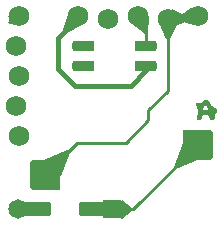
<source format=gbr>
%TF.GenerationSoftware,KiCad,Pcbnew,(7.0.0-0)*%
%TF.CreationDate,2023-04-16T17:27:38-07:00*%
%TF.ProjectId,Amoeba_executive,416d6f65-6261-45f6-9578-656375746976,rev?*%
%TF.SameCoordinates,Original*%
%TF.FileFunction,Copper,L2,Bot*%
%TF.FilePolarity,Positive*%
%FSLAX46Y46*%
G04 Gerber Fmt 4.6, Leading zero omitted, Abs format (unit mm)*
G04 Created by KiCad (PCBNEW (7.0.0-0)) date 2023-04-16 17:27:38*
%MOMM*%
%LPD*%
G01*
G04 APERTURE LIST*
G04 Aperture macros list*
%AMRoundRect*
0 Rectangle with rounded corners*
0 $1 Rounding radius*
0 $2 $3 $4 $5 $6 $7 $8 $9 X,Y pos of 4 corners*
0 Add a 4 corners polygon primitive as box body*
4,1,4,$2,$3,$4,$5,$6,$7,$8,$9,$2,$3,0*
0 Add four circle primitives for the rounded corners*
1,1,$1+$1,$2,$3*
1,1,$1+$1,$4,$5*
1,1,$1+$1,$6,$7*
1,1,$1+$1,$8,$9*
0 Add four rect primitives between the rounded corners*
20,1,$1+$1,$2,$3,$4,$5,0*
20,1,$1+$1,$4,$5,$6,$7,0*
20,1,$1+$1,$6,$7,$8,$9,0*
20,1,$1+$1,$8,$9,$2,$3,0*%
%AMFreePoly0*
4,1,14,0.900000,-0.425000,0.000000,-0.425000,-0.687500,-0.425000,-0.768820,-0.408824,-0.837760,-0.362760,-0.883824,-0.293820,-0.900000,-0.212500,-0.900000,0.212500,-0.883824,0.293820,-0.837760,0.362760,-0.768820,0.408824,-0.687500,0.425000,0.900000,0.425000,0.900000,-0.425000,0.900000,-0.425000,$1*%
%AMFreePoly1*
4,1,14,0.768820,0.408824,0.837760,0.362760,0.883824,0.293820,0.900000,0.212500,0.900000,-0.212500,0.883824,-0.293820,0.837760,-0.362760,0.768820,-0.408824,0.687500,-0.425000,0.000000,-0.425000,-0.900000,-0.425000,-0.900000,0.425000,0.687500,0.425000,0.768820,0.408824,0.768820,0.408824,$1*%
%AMFreePoly2*
4,1,13,-1.275000,1.000000,-1.255970,1.095671,-1.201777,1.176777,-1.120671,1.230970,-1.025000,1.250000,1.275000,1.250000,1.275000,-1.250000,-1.025000,-1.250000,-1.120671,-1.230970,-1.201777,-1.176777,-1.255970,-1.095671,-1.275000,-1.000000,-1.275000,1.000000,-1.275000,1.000000,$1*%
%AMFreePoly3*
4,1,13,-1.275000,1.250000,1.025000,1.250000,1.120671,1.230970,1.201777,1.176777,1.255970,1.095671,1.275000,1.000000,1.275000,-1.000000,1.255970,-1.095671,1.201777,-1.176777,1.120671,-1.230970,1.025000,-1.250000,-1.275000,-1.250000,-1.275000,1.250000,-1.275000,1.250000,$1*%
G04 Aperture macros list end*
%TA.AperFunction,ComponentPad*%
%ADD10C,1.750000*%
%TD*%
%TA.AperFunction,SMDPad,CuDef*%
%ADD11FreePoly0,0.000000*%
%TD*%
%TA.AperFunction,SMDPad,CuDef*%
%ADD12FreePoly1,180.000000*%
%TD*%
%TA.AperFunction,SMDPad,CuDef*%
%ADD13FreePoly0,180.000000*%
%TD*%
%TA.AperFunction,SMDPad,CuDef*%
%ADD14FreePoly1,0.000000*%
%TD*%
%TA.AperFunction,SMDPad,CuDef*%
%ADD15FreePoly2,180.000000*%
%TD*%
%TA.AperFunction,SMDPad,CuDef*%
%ADD16FreePoly3,180.000000*%
%TD*%
%TA.AperFunction,ComponentPad*%
%ADD17R,1.650000X1.650000*%
%TD*%
%TA.AperFunction,SMDPad,CuDef*%
%ADD18R,1.600000X1.200000*%
%TD*%
%TA.AperFunction,SMDPad,CuDef*%
%ADD19RoundRect,0.225000X0.225000X0.375000X-0.225000X0.375000X-0.225000X-0.375000X0.225000X-0.375000X0*%
%TD*%
%TA.AperFunction,ComponentPad*%
%ADD20C,1.650000*%
%TD*%
%TA.AperFunction,ViaPad*%
%ADD21C,0.800000*%
%TD*%
%TA.AperFunction,Conductor*%
%ADD22C,0.250000*%
%TD*%
%TA.AperFunction,Conductor*%
%ADD23C,0.400000*%
%TD*%
%TA.AperFunction,Conductor*%
%ADD24C,0.500000*%
%TD*%
G04 APERTURE END LIST*
%TO.C,Amoeba-Logo-Small*%
G36*
X189466615Y-84160190D02*
G01*
X189486971Y-84160962D01*
X189507259Y-84163279D01*
X189527478Y-84167141D01*
X189547629Y-84172548D01*
X189567711Y-84179500D01*
X189587724Y-84187996D01*
X189607669Y-84198037D01*
X189627545Y-84209622D01*
X189647352Y-84222753D01*
X189664783Y-84236718D01*
X189681413Y-84253136D01*
X189697132Y-84271325D01*
X189711832Y-84290603D01*
X189725401Y-84310288D01*
X189737732Y-84329699D01*
X189748714Y-84348154D01*
X189758238Y-84364973D01*
X189766194Y-84379473D01*
X189772474Y-84390972D01*
X189789041Y-84420150D01*
X189805694Y-84447980D01*
X189822417Y-84474505D01*
X189839195Y-84499767D01*
X189856012Y-84523811D01*
X189872853Y-84546679D01*
X189889703Y-84568414D01*
X189906546Y-84589060D01*
X189923366Y-84608659D01*
X189940148Y-84627255D01*
X189956877Y-84644890D01*
X189973537Y-84661609D01*
X189990112Y-84677454D01*
X190006588Y-84692468D01*
X190022949Y-84706694D01*
X190039179Y-84720176D01*
X190055262Y-84732956D01*
X190071184Y-84745078D01*
X190086929Y-84756585D01*
X190102481Y-84767520D01*
X190117826Y-84777926D01*
X190132947Y-84787846D01*
X190147828Y-84797324D01*
X190162456Y-84806402D01*
X190176813Y-84815123D01*
X190190886Y-84823532D01*
X190204657Y-84831670D01*
X190218112Y-84839582D01*
X190231236Y-84847309D01*
X190244012Y-84854896D01*
X190256425Y-84862385D01*
X190268461Y-84869820D01*
X190280103Y-84877243D01*
X190291336Y-84884698D01*
X190302144Y-84892228D01*
X190312512Y-84899876D01*
X190322425Y-84907685D01*
X190331867Y-84915699D01*
X190340823Y-84923960D01*
X190349277Y-84932511D01*
X190357213Y-84941396D01*
X190364617Y-84950658D01*
X190371473Y-84960340D01*
X190377765Y-84970485D01*
X190383478Y-84981136D01*
X190388596Y-84992336D01*
X190393104Y-85004129D01*
X190396987Y-85016557D01*
X190400229Y-85029665D01*
X190402814Y-85043494D01*
X190404727Y-85058087D01*
X190405953Y-85073489D01*
X190406476Y-85089743D01*
X190406275Y-85108682D01*
X190405305Y-85126228D01*
X190403606Y-85142455D01*
X190401217Y-85157437D01*
X190398177Y-85171248D01*
X190394525Y-85183963D01*
X190390301Y-85195654D01*
X190385544Y-85206397D01*
X190380293Y-85216266D01*
X190374588Y-85225334D01*
X190368468Y-85233676D01*
X190361972Y-85241365D01*
X190355139Y-85248477D01*
X190348008Y-85255085D01*
X190340620Y-85261264D01*
X190333013Y-85267086D01*
X190325226Y-85272627D01*
X190317299Y-85277961D01*
X190309271Y-85283162D01*
X190301181Y-85288303D01*
X190293068Y-85293459D01*
X190284973Y-85298705D01*
X190276933Y-85304113D01*
X190268989Y-85309759D01*
X190261179Y-85315717D01*
X190253543Y-85322060D01*
X190246121Y-85328862D01*
X190238950Y-85336199D01*
X190232072Y-85344143D01*
X190225524Y-85352770D01*
X190219347Y-85362153D01*
X190213579Y-85372366D01*
X190208260Y-85383483D01*
X190203429Y-85395579D01*
X190199125Y-85408728D01*
X190195388Y-85423003D01*
X190192256Y-85438479D01*
X190189770Y-85455231D01*
X190187968Y-85473331D01*
X190186890Y-85492855D01*
X190186574Y-85513876D01*
X190187061Y-85536468D01*
X190188390Y-85560707D01*
X190190599Y-85586664D01*
X190193728Y-85614416D01*
X190197064Y-85642145D01*
X190199491Y-85666922D01*
X190200709Y-85689275D01*
X190200421Y-85709733D01*
X190198328Y-85728824D01*
X190194130Y-85747078D01*
X190187529Y-85765023D01*
X190178227Y-85783188D01*
X190165924Y-85802102D01*
X190151798Y-85820192D01*
X190136608Y-85836155D01*
X190120354Y-85849989D01*
X190103035Y-85861695D01*
X190084653Y-85871272D01*
X190065206Y-85878722D01*
X190044695Y-85884042D01*
X190023120Y-85887235D01*
X190000481Y-85888299D01*
X189969894Y-85888299D01*
X189947650Y-85887448D01*
X189926200Y-85884895D01*
X189905545Y-85880639D01*
X189885684Y-85874681D01*
X189866618Y-85867020D01*
X189848346Y-85857657D01*
X189830868Y-85846592D01*
X189812678Y-85832843D01*
X189797038Y-85817550D01*
X189783946Y-85800711D01*
X189773403Y-85782328D01*
X189765409Y-85762401D01*
X189759964Y-85740928D01*
X189759908Y-85738497D01*
X189759613Y-85731540D01*
X189758883Y-85720564D01*
X189757526Y-85706075D01*
X189755347Y-85688579D01*
X189752153Y-85668584D01*
X189747750Y-85646595D01*
X189741945Y-85623118D01*
X189734542Y-85598660D01*
X189725349Y-85573727D01*
X189714173Y-85548826D01*
X189700818Y-85524463D01*
X189685091Y-85501143D01*
X189666800Y-85479375D01*
X189645748Y-85459663D01*
X189629067Y-85447096D01*
X189611237Y-85435839D01*
X189592377Y-85425887D01*
X189572609Y-85417234D01*
X189552053Y-85409876D01*
X189530827Y-85403806D01*
X189509053Y-85399019D01*
X189486849Y-85395509D01*
X189464338Y-85393271D01*
X189441637Y-85392300D01*
X189418867Y-85392590D01*
X189396149Y-85394135D01*
X189373603Y-85396930D01*
X189351347Y-85400969D01*
X189329503Y-85406247D01*
X189308190Y-85412758D01*
X189287529Y-85420497D01*
X189267639Y-85429459D01*
X189248640Y-85439637D01*
X189230653Y-85451026D01*
X189213797Y-85463621D01*
X189192453Y-85483301D01*
X189173801Y-85505052D01*
X189157661Y-85528366D01*
X189143850Y-85552736D01*
X189132189Y-85577652D01*
X189122497Y-85602607D01*
X189114592Y-85627092D01*
X189108295Y-85650601D01*
X189103424Y-85672623D01*
X189099798Y-85692651D01*
X189097237Y-85710178D01*
X189095560Y-85724694D01*
X189094586Y-85735692D01*
X189094134Y-85742663D01*
X189094024Y-85745100D01*
X189088964Y-85764912D01*
X189081202Y-85783565D01*
X189070736Y-85801059D01*
X189057567Y-85817395D01*
X189041695Y-85832572D01*
X189023119Y-85846591D01*
X189004312Y-85859335D01*
X188984964Y-85869762D01*
X188965075Y-85877872D01*
X188944646Y-85883664D01*
X188923676Y-85887140D01*
X188902166Y-85888299D01*
X188871579Y-85888299D01*
X188849180Y-85887200D01*
X188827708Y-85883905D01*
X188807163Y-85878412D01*
X188787545Y-85870723D01*
X188768853Y-85860836D01*
X188751089Y-85848753D01*
X188734251Y-85834473D01*
X188718340Y-85817996D01*
X188703356Y-85799322D01*
X188690680Y-85781307D01*
X188679980Y-85764925D01*
X188671470Y-85749205D01*
X188665364Y-85733176D01*
X188661873Y-85715867D01*
X188661211Y-85696308D01*
X188663592Y-85673526D01*
X188669228Y-85646553D01*
X188678332Y-85614416D01*
X188689862Y-85576339D01*
X188700431Y-85539323D01*
X188710065Y-85503347D01*
X188718792Y-85468390D01*
X188726640Y-85434434D01*
X188733637Y-85401458D01*
X188739808Y-85369442D01*
X188745183Y-85338366D01*
X188749789Y-85308212D01*
X188753653Y-85278957D01*
X188756803Y-85250584D01*
X188759266Y-85223071D01*
X188761070Y-85196400D01*
X188762243Y-85170549D01*
X188762811Y-85145500D01*
X188762802Y-85121231D01*
X188762245Y-85097725D01*
X188761166Y-85074959D01*
X188759593Y-85052915D01*
X188757554Y-85031573D01*
X188755075Y-85010913D01*
X188752185Y-84990914D01*
X188748912Y-84971558D01*
X188745281Y-84952824D01*
X188741322Y-84934691D01*
X188737062Y-84917142D01*
X188732528Y-84900154D01*
X188727747Y-84883709D01*
X188722748Y-84867787D01*
X188717557Y-84852367D01*
X188715296Y-84846058D01*
X189200529Y-84846058D01*
X189214259Y-84851546D01*
X189213569Y-84873511D01*
X189210135Y-84872825D01*
X189210135Y-84914694D01*
X189231414Y-84996369D01*
X189297107Y-84996369D01*
X189297107Y-85005292D01*
X189355445Y-85005292D01*
X189355445Y-85084223D01*
X189369173Y-85097948D01*
X189384270Y-85084223D01*
X189383579Y-85055397D01*
X189404172Y-85083536D01*
X189477611Y-85083536D01*
X189492713Y-85056083D01*
X189492023Y-85005978D01*
X189529085Y-85005978D01*
X189528394Y-85084909D01*
X189543496Y-85098634D01*
X189559279Y-85084909D01*
X189559279Y-85005292D01*
X189583302Y-85005292D01*
X189583302Y-84994997D01*
X189607326Y-84996369D01*
X189631346Y-84914004D01*
X189630655Y-84874883D01*
X189627224Y-84874197D01*
X189627915Y-84851546D01*
X189633408Y-84851546D01*
X189640268Y-84846743D01*
X189580558Y-84712219D01*
X189577296Y-84708957D01*
X189573007Y-84707414D01*
X189534573Y-84707414D01*
X189527708Y-84692313D01*
X189494782Y-84692313D01*
X189494782Y-84602401D01*
X189449673Y-84594850D01*
X189351524Y-84594850D01*
X189345345Y-84603087D01*
X189346036Y-84692999D01*
X189311717Y-84692999D01*
X189306912Y-84706727D01*
X189267106Y-84707413D01*
X189261614Y-84710672D01*
X189257495Y-84716336D01*
X189200529Y-84846058D01*
X188715296Y-84846058D01*
X188712203Y-84837430D01*
X188706713Y-84822956D01*
X188701114Y-84808926D01*
X188695434Y-84795318D01*
X188689700Y-84782113D01*
X188683940Y-84769292D01*
X188678181Y-84756834D01*
X188672452Y-84744720D01*
X188666778Y-84732930D01*
X188661189Y-84721443D01*
X188655712Y-84710240D01*
X188650373Y-84699301D01*
X188645201Y-84688607D01*
X188640224Y-84678136D01*
X188635467Y-84667869D01*
X188630960Y-84657787D01*
X188626730Y-84647870D01*
X188622804Y-84638097D01*
X188619209Y-84628449D01*
X188615974Y-84618905D01*
X188613125Y-84609447D01*
X188610691Y-84600053D01*
X188608699Y-84590705D01*
X188607176Y-84581382D01*
X188606150Y-84572064D01*
X188605648Y-84562732D01*
X188605698Y-84553365D01*
X188606328Y-84543943D01*
X188607564Y-84534448D01*
X188609436Y-84524858D01*
X188611969Y-84515154D01*
X188615191Y-84505317D01*
X188622516Y-84487842D01*
X188631009Y-84472572D01*
X188640605Y-84459378D01*
X188651240Y-84448130D01*
X188662849Y-84438699D01*
X188675369Y-84430955D01*
X188688734Y-84424767D01*
X188702879Y-84420006D01*
X188717742Y-84416544D01*
X188733256Y-84414248D01*
X188749358Y-84412991D01*
X188765984Y-84412643D01*
X188783068Y-84413073D01*
X188800546Y-84414151D01*
X188818355Y-84415750D01*
X188836428Y-84417737D01*
X188854703Y-84419984D01*
X188873114Y-84422362D01*
X188891597Y-84424739D01*
X188910088Y-84426987D01*
X188928522Y-84428976D01*
X188946834Y-84430576D01*
X188964961Y-84431658D01*
X188982837Y-84432091D01*
X189000399Y-84431747D01*
X189017581Y-84430494D01*
X189034320Y-84428204D01*
X189050551Y-84424747D01*
X189066209Y-84419993D01*
X189081230Y-84413812D01*
X189095550Y-84406075D01*
X189109104Y-84396652D01*
X189121827Y-84385413D01*
X189130798Y-84374628D01*
X189140940Y-84359615D01*
X189152278Y-84341406D01*
X189164841Y-84321031D01*
X189178655Y-84299522D01*
X189193746Y-84277909D01*
X189210141Y-84257222D01*
X189227868Y-84238493D01*
X189246953Y-84222753D01*
X189267035Y-84209622D01*
X189287116Y-84198037D01*
X189307198Y-84187996D01*
X189327279Y-84179500D01*
X189347361Y-84172548D01*
X189367442Y-84167141D01*
X189387523Y-84163279D01*
X189407605Y-84160962D01*
X189427687Y-84160190D01*
X189466615Y-84160190D01*
G37*
%TD*%
D10*
%TO.P,J2,1,Pin_1*%
%TO.N,GND*%
X173598600Y-77020000D03*
%TO.P,J2,2,Pin_2*%
%TO.N,VDD*%
X173341400Y-79560000D03*
%TO.P,J2,3,Pin_3*%
%TO.N,Net-(J2-Pin_3)*%
X173598600Y-82100000D03*
%TO.P,J2,4,Pin_4*%
%TO.N,/Row*%
X173341400Y-84640000D03*
%TO.P,J2,5,Pin_5*%
X173598600Y-87180000D03*
%TD*%
%TO.P,J1,1,Pin_1*%
%TO.N,GND*%
X178640000Y-77020000D03*
%TO.P,J1,2,Pin_2*%
%TO.N,VDD*%
X181180000Y-77277200D03*
%TO.P,J1,3,Pin_3*%
%TO.N,Net-(J1-Pin_3)*%
X183720000Y-77020000D03*
%TO.P,J1,4,Pin_4*%
%TO.N,/Column*%
X186260000Y-77277200D03*
%TO.P,J1,5,Pin_5*%
X188800000Y-77020000D03*
%TD*%
D11*
%TO.P,SW1,1,VDD*%
%TO.N,VDD*%
X179009200Y-79554035D03*
D12*
%TO.P,SW1,2,DOUT*%
%TO.N,Net-(J2-Pin_3)*%
X179009200Y-81304035D03*
D13*
%TO.P,SW1,3,GND*%
%TO.N,GND*%
X184409200Y-81299035D03*
D14*
%TO.P,SW1,4,DIN*%
%TO.N,Net-(J1-Pin_3)*%
X184409200Y-79554035D03*
D15*
%TO.P,SW1,5*%
%TO.N,Net-(D1-K)*%
X188793699Y-87938899D03*
D16*
%TO.P,SW1,6*%
%TO.N,/Column*%
X175866699Y-90478899D03*
%TD*%
D17*
%TO.P,D1,1,K*%
%TO.N,Net-(D1-K)*%
X181519999Y-93427199D03*
D18*
X180219999Y-93427199D03*
D19*
X179170000Y-93427200D03*
%TO.P,D1,2,A*%
%TO.N,/Row*%
X175870000Y-93427200D03*
D18*
X174819999Y-93427199D03*
D20*
X173520000Y-93427200D03*
%TD*%
D21*
%TO.N,Net-(J2-Pin_3)*%
X179009200Y-81304035D03*
%TO.N,VDD*%
X179009202Y-79554035D03*
%TD*%
D22*
%TO.N,/Column*%
X184590000Y-85867731D02*
X182689931Y-87767800D01*
X182689931Y-87767800D02*
X178577800Y-87767800D01*
X175866700Y-90478900D02*
X175340000Y-89952200D01*
X178577800Y-87767800D02*
X175866700Y-90478900D01*
X188781400Y-77268900D02*
X188780300Y-77270000D01*
X186241400Y-77270000D02*
X186241400Y-83358600D01*
X188542800Y-77277200D02*
X188800000Y-77020000D01*
X184590000Y-85010000D02*
X184590000Y-85867731D01*
X186260000Y-77277200D02*
X188542800Y-77277200D01*
X186241400Y-83358600D02*
X184590000Y-85010000D01*
D23*
%TO.N,GND*%
X178330000Y-82950000D02*
X183110000Y-82950000D01*
D22*
X184409200Y-81650800D02*
X184409200Y-81299035D01*
D23*
X176920000Y-81540000D02*
X178330000Y-82950000D01*
D22*
X172790100Y-77540000D02*
X173580100Y-77540000D01*
D23*
X178621400Y-77250000D02*
X176920000Y-78951400D01*
X176920000Y-78951400D02*
X176920000Y-81540000D01*
X183110000Y-82950000D02*
X184409200Y-81650800D01*
D22*
%TO.N,Net-(J1-Pin_3)*%
X184570000Y-79393235D02*
X184409200Y-79554035D01*
X184409200Y-79554035D02*
X184420000Y-79543235D01*
X183701400Y-77501400D02*
X183701400Y-77250000D01*
X184420000Y-79543235D02*
X184420000Y-78220000D01*
X184420000Y-78220000D02*
X183701400Y-77501400D01*
D24*
%TO.N,VDD*%
X179009200Y-79554035D02*
X179009202Y-79554035D01*
D22*
%TO.N,Net-(D1-K)*%
X181520000Y-93427200D02*
X183305400Y-93427200D01*
X183305400Y-93427200D02*
X188793700Y-87938900D01*
%TD*%
%TA.AperFunction,Conductor*%
%TO.N,GND*%
G36*
X177843639Y-76690121D02*
G01*
X178636215Y-77017438D01*
X178640021Y-77019978D01*
X178642562Y-77023785D01*
X178970700Y-77818351D01*
X178970849Y-77826904D01*
X178965138Y-77833272D01*
X177678260Y-78479739D01*
X177671145Y-78480835D01*
X177664735Y-78477557D01*
X177392772Y-78205594D01*
X177389710Y-78200219D01*
X177389815Y-78194037D01*
X177827946Y-76697647D01*
X177831401Y-76692192D01*
X177837224Y-76689400D01*
X177843639Y-76690121D01*
G37*
%TD.AperFunction*%
%TD*%
%TA.AperFunction,Conductor*%
%TO.N,Net-(D1-K)*%
G36*
X182353214Y-92609169D02*
G01*
X182804689Y-92992239D01*
X183165870Y-93298696D01*
X183168917Y-93302701D01*
X183170000Y-93307617D01*
X183170000Y-93546783D01*
X183168917Y-93551699D01*
X183165870Y-93555704D01*
X182353215Y-94245229D01*
X182345170Y-94247998D01*
X182337377Y-94244586D01*
X181527288Y-93435478D01*
X181524255Y-93430230D01*
X181524255Y-93424170D01*
X181527288Y-93418922D01*
X181643650Y-93302701D01*
X182337378Y-92609812D01*
X182345170Y-92606401D01*
X182353214Y-92609169D01*
G37*
%TD.AperFunction*%
%TD*%
%TA.AperFunction,Conductor*%
%TO.N,/Column*%
G36*
X188188200Y-76408189D02*
G01*
X188795455Y-77014464D01*
X188798664Y-77020463D01*
X188797994Y-77027233D01*
X188469250Y-77818530D01*
X188463398Y-77824641D01*
X188454956Y-77825209D01*
X188433580Y-77818530D01*
X188087056Y-77710254D01*
X187109370Y-77404765D01*
X187103434Y-77400529D01*
X187101160Y-77393598D01*
X187101160Y-77158316D01*
X187102491Y-77152896D01*
X187106181Y-77148709D01*
X188173256Y-76406861D01*
X188180969Y-76404815D01*
X188188200Y-76408189D01*
G37*
%TD.AperFunction*%
%TD*%
%TA.AperFunction,Conductor*%
%TO.N,/Column*%
G36*
X186264485Y-77278063D02*
G01*
X187056832Y-77607244D01*
X187061791Y-77611148D01*
X187064001Y-77617060D01*
X187062819Y-77623259D01*
X186369628Y-79017010D01*
X186365314Y-79021746D01*
X186359152Y-79023500D01*
X186123822Y-79023500D01*
X186117555Y-79021680D01*
X186113237Y-79016785D01*
X185456827Y-77623135D01*
X185455769Y-77616995D01*
X185458013Y-77611182D01*
X185462920Y-77607346D01*
X186255516Y-77278062D01*
X186259999Y-77277169D01*
X186264485Y-77278063D01*
G37*
%TD.AperFunction*%
%TD*%
%TA.AperFunction,Conductor*%
%TO.N,/Column*%
G36*
X177740829Y-88438816D02*
G01*
X177906823Y-88604810D01*
X177909994Y-88610650D01*
X177909473Y-88617275D01*
X177144928Y-90609701D01*
X177140102Y-90615495D01*
X177132742Y-90617141D01*
X175875138Y-90480599D01*
X175868219Y-90477330D01*
X175864800Y-90470484D01*
X175703673Y-89237975D01*
X175705202Y-89230506D01*
X175711009Y-89225564D01*
X177728293Y-88436192D01*
X177734952Y-88435637D01*
X177740829Y-88438816D01*
G37*
%TD.AperFunction*%
%TD*%
%TA.AperFunction,Conductor*%
%TO.N,Net-(J1-Pin_3)*%
G36*
X184582923Y-77019986D02*
G01*
X184588878Y-77021622D01*
X184593170Y-77026062D01*
X184594604Y-77032069D01*
X184545370Y-78536077D01*
X184541813Y-78544101D01*
X184533676Y-78547394D01*
X184298947Y-78547394D01*
X184291860Y-78545004D01*
X183111930Y-77646823D01*
X183108034Y-77641546D01*
X183107590Y-77635002D01*
X183110736Y-77629248D01*
X183716569Y-77022435D01*
X183720369Y-77019895D01*
X183724855Y-77019005D01*
X184582923Y-77019986D01*
G37*
%TD.AperFunction*%
%TD*%
%TA.AperFunction,Conductor*%
%TO.N,Net-(D1-K)*%
G36*
X188785261Y-87937200D02*
G01*
X188792180Y-87940469D01*
X188795599Y-87947315D01*
X188956727Y-89179822D01*
X188955198Y-89187293D01*
X188949389Y-89192235D01*
X186932106Y-89981606D01*
X186925447Y-89982162D01*
X186919570Y-89978983D01*
X186753576Y-89812989D01*
X186750405Y-89807149D01*
X186750925Y-89800527D01*
X187515473Y-87808096D01*
X187520297Y-87802305D01*
X187527655Y-87800659D01*
X188785261Y-87937200D01*
G37*
%TD.AperFunction*%
%TD*%
%TA.AperFunction,Conductor*%
%TO.N,GND*%
G36*
X173589195Y-77022420D02*
G01*
X173593372Y-77028680D01*
X173592874Y-77036189D01*
X173267972Y-77818236D01*
X173261964Y-77824419D01*
X173253352Y-77824807D01*
X172797985Y-77667720D01*
X172792273Y-77663451D01*
X172790100Y-77656660D01*
X172790100Y-77415493D01*
X172790100Y-77415000D01*
X172756042Y-77212703D01*
X172725897Y-77033642D01*
X172726716Y-77027010D01*
X172731031Y-77021908D01*
X172737435Y-77020000D01*
X173582069Y-77020000D01*
X173589195Y-77022420D01*
G37*
%TD.AperFunction*%
%TD*%
%TA.AperFunction,Conductor*%
%TO.N,/Column*%
G36*
X186605990Y-76474185D02*
G01*
X187958249Y-77127209D01*
X188003388Y-77149007D01*
X188008210Y-77153324D01*
X188010000Y-77159543D01*
X188010000Y-77394857D01*
X188008210Y-77401076D01*
X188003388Y-77405393D01*
X186605992Y-78080213D01*
X186599824Y-78081327D01*
X186593966Y-78079098D01*
X186590100Y-78074168D01*
X186260863Y-77281685D01*
X186259969Y-77277199D01*
X186260862Y-77272716D01*
X186590101Y-76480229D01*
X186593966Y-76475301D01*
X186599824Y-76473072D01*
X186605990Y-76474185D01*
G37*
%TD.AperFunction*%
%TD*%
M02*

</source>
